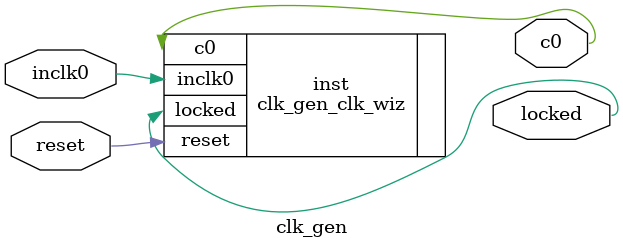
<source format=v>


`timescale 1ps/1ps

(* CORE_GENERATION_INFO = "clk_gen,clk_wiz_v6_0_12_0_0,{component_name=clk_gen,use_phase_alignment=true,use_min_o_jitter=false,use_max_i_jitter=false,use_dyn_phase_shift=false,use_inclk_switchover=false,use_dyn_reconfig=false,enable_axi=0,feedback_source=FDBK_AUTO,PRIMITIVE=MMCM,num_out_clk=1,clkin1_period=10.000,clkin2_period=10.000,use_power_down=false,use_reset=true,use_locked=true,use_inclk_stopped=false,feedback_type=SINGLE,CLOCK_MGR_TYPE=NA,manual_override=false}" *)

module clk_gen 
 (
  // Clock out ports
  output        c0,
  // Status and control signals
  input         reset,
  output        locked,
 // Clock in ports
  input         inclk0
 );

  clk_gen_clk_wiz inst
  (
  // Clock out ports  
  .c0(c0),
  // Status and control signals               
  .reset(reset), 
  .locked(locked),
 // Clock in ports
  .inclk0(inclk0)
  );

endmodule

</source>
